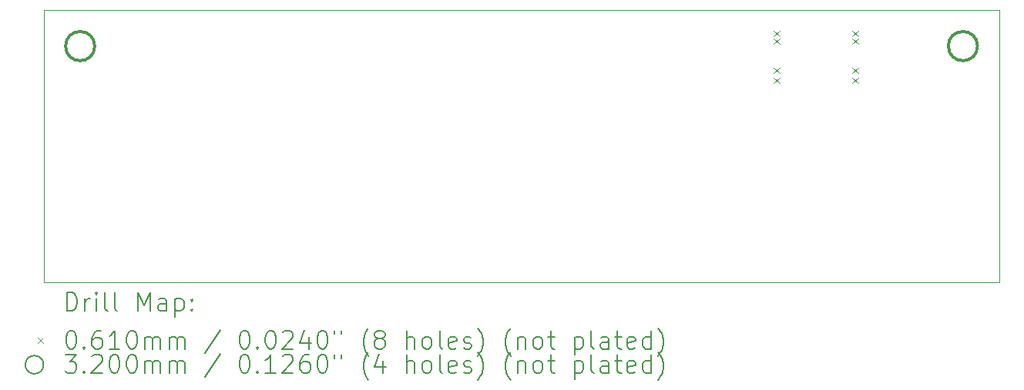
<source format=gbr>
%FSLAX45Y45*%
G04 Gerber Fmt 4.5, Leading zero omitted, Abs format (unit mm)*
G04 Created by KiCad (PCBNEW (6.0.6)) date 2022-10-10 20:15:22*
%MOMM*%
%LPD*%
G01*
G04 APERTURE LIST*
%TA.AperFunction,Profile*%
%ADD10C,0.050000*%
%TD*%
%ADD11C,0.200000*%
%ADD12C,0.060960*%
%ADD13C,0.320000*%
G04 APERTURE END LIST*
D10*
X8804500Y-7749500D02*
X8804500Y-10749500D01*
X19304500Y-7750000D02*
X8804500Y-7749500D01*
X8804500Y-10749500D02*
X19304500Y-10749500D01*
X19304500Y-10749500D02*
X19304500Y-7749500D01*
D11*
D12*
X16827520Y-7983230D02*
X16888480Y-8044190D01*
X16888480Y-7983230D02*
X16827520Y-8044190D01*
X16827520Y-8061970D02*
X16888480Y-8122930D01*
X16888480Y-8061970D02*
X16827520Y-8122930D01*
X16827520Y-8385990D02*
X16888480Y-8446950D01*
X16888480Y-8385990D02*
X16827520Y-8446950D01*
X16827520Y-8495210D02*
X16888480Y-8556170D01*
X16888480Y-8495210D02*
X16827520Y-8556170D01*
X17691520Y-7983230D02*
X17752480Y-8044190D01*
X17752480Y-7983230D02*
X17691520Y-8044190D01*
X17691520Y-8061970D02*
X17752480Y-8122930D01*
X17752480Y-8061970D02*
X17691520Y-8122930D01*
X17691520Y-8385990D02*
X17752480Y-8446950D01*
X17752480Y-8385990D02*
X17691520Y-8446950D01*
X17691520Y-8495210D02*
X17752480Y-8556170D01*
X17752480Y-8495210D02*
X17691520Y-8556170D01*
D13*
X9364500Y-8149500D02*
G75*
G03*
X9364500Y-8149500I-160000J0D01*
G01*
X9364500Y-8149500D02*
G75*
G03*
X9364500Y-8149500I-160000J0D01*
G01*
X19065000Y-8149500D02*
G75*
G03*
X19065000Y-8149500I-160000J0D01*
G01*
X19065000Y-8149500D02*
G75*
G03*
X19065000Y-8149500I-160000J0D01*
G01*
D11*
X9059619Y-11062476D02*
X9059619Y-10862476D01*
X9107238Y-10862476D01*
X9135810Y-10872000D01*
X9154857Y-10891048D01*
X9164381Y-10910095D01*
X9173905Y-10948190D01*
X9173905Y-10976762D01*
X9164381Y-11014857D01*
X9154857Y-11033905D01*
X9135810Y-11052952D01*
X9107238Y-11062476D01*
X9059619Y-11062476D01*
X9259619Y-11062476D02*
X9259619Y-10929143D01*
X9259619Y-10967238D02*
X9269143Y-10948190D01*
X9278667Y-10938667D01*
X9297714Y-10929143D01*
X9316762Y-10929143D01*
X9383429Y-11062476D02*
X9383429Y-10929143D01*
X9383429Y-10862476D02*
X9373905Y-10872000D01*
X9383429Y-10881524D01*
X9392952Y-10872000D01*
X9383429Y-10862476D01*
X9383429Y-10881524D01*
X9507238Y-11062476D02*
X9488190Y-11052952D01*
X9478667Y-11033905D01*
X9478667Y-10862476D01*
X9612000Y-11062476D02*
X9592952Y-11052952D01*
X9583429Y-11033905D01*
X9583429Y-10862476D01*
X9840571Y-11062476D02*
X9840571Y-10862476D01*
X9907238Y-11005333D01*
X9973905Y-10862476D01*
X9973905Y-11062476D01*
X10154857Y-11062476D02*
X10154857Y-10957714D01*
X10145333Y-10938667D01*
X10126286Y-10929143D01*
X10088190Y-10929143D01*
X10069143Y-10938667D01*
X10154857Y-11052952D02*
X10135810Y-11062476D01*
X10088190Y-11062476D01*
X10069143Y-11052952D01*
X10059619Y-11033905D01*
X10059619Y-11014857D01*
X10069143Y-10995810D01*
X10088190Y-10986286D01*
X10135810Y-10986286D01*
X10154857Y-10976762D01*
X10250095Y-10929143D02*
X10250095Y-11129143D01*
X10250095Y-10938667D02*
X10269143Y-10929143D01*
X10307238Y-10929143D01*
X10326286Y-10938667D01*
X10335810Y-10948190D01*
X10345333Y-10967238D01*
X10345333Y-11024381D01*
X10335810Y-11043429D01*
X10326286Y-11052952D01*
X10307238Y-11062476D01*
X10269143Y-11062476D01*
X10250095Y-11052952D01*
X10431048Y-11043429D02*
X10440571Y-11052952D01*
X10431048Y-11062476D01*
X10421524Y-11052952D01*
X10431048Y-11043429D01*
X10431048Y-11062476D01*
X10431048Y-10938667D02*
X10440571Y-10948190D01*
X10431048Y-10957714D01*
X10421524Y-10948190D01*
X10431048Y-10938667D01*
X10431048Y-10957714D01*
D12*
X8741040Y-11361520D02*
X8802000Y-11422480D01*
X8802000Y-11361520D02*
X8741040Y-11422480D01*
D11*
X9097714Y-11282476D02*
X9116762Y-11282476D01*
X9135810Y-11292000D01*
X9145333Y-11301524D01*
X9154857Y-11320571D01*
X9164381Y-11358667D01*
X9164381Y-11406286D01*
X9154857Y-11444381D01*
X9145333Y-11463428D01*
X9135810Y-11472952D01*
X9116762Y-11482476D01*
X9097714Y-11482476D01*
X9078667Y-11472952D01*
X9069143Y-11463428D01*
X9059619Y-11444381D01*
X9050095Y-11406286D01*
X9050095Y-11358667D01*
X9059619Y-11320571D01*
X9069143Y-11301524D01*
X9078667Y-11292000D01*
X9097714Y-11282476D01*
X9250095Y-11463428D02*
X9259619Y-11472952D01*
X9250095Y-11482476D01*
X9240571Y-11472952D01*
X9250095Y-11463428D01*
X9250095Y-11482476D01*
X9431048Y-11282476D02*
X9392952Y-11282476D01*
X9373905Y-11292000D01*
X9364381Y-11301524D01*
X9345333Y-11330095D01*
X9335810Y-11368190D01*
X9335810Y-11444381D01*
X9345333Y-11463428D01*
X9354857Y-11472952D01*
X9373905Y-11482476D01*
X9412000Y-11482476D01*
X9431048Y-11472952D01*
X9440571Y-11463428D01*
X9450095Y-11444381D01*
X9450095Y-11396762D01*
X9440571Y-11377714D01*
X9431048Y-11368190D01*
X9412000Y-11358667D01*
X9373905Y-11358667D01*
X9354857Y-11368190D01*
X9345333Y-11377714D01*
X9335810Y-11396762D01*
X9640571Y-11482476D02*
X9526286Y-11482476D01*
X9583429Y-11482476D02*
X9583429Y-11282476D01*
X9564381Y-11311048D01*
X9545333Y-11330095D01*
X9526286Y-11339619D01*
X9764381Y-11282476D02*
X9783429Y-11282476D01*
X9802476Y-11292000D01*
X9812000Y-11301524D01*
X9821524Y-11320571D01*
X9831048Y-11358667D01*
X9831048Y-11406286D01*
X9821524Y-11444381D01*
X9812000Y-11463428D01*
X9802476Y-11472952D01*
X9783429Y-11482476D01*
X9764381Y-11482476D01*
X9745333Y-11472952D01*
X9735810Y-11463428D01*
X9726286Y-11444381D01*
X9716762Y-11406286D01*
X9716762Y-11358667D01*
X9726286Y-11320571D01*
X9735810Y-11301524D01*
X9745333Y-11292000D01*
X9764381Y-11282476D01*
X9916762Y-11482476D02*
X9916762Y-11349143D01*
X9916762Y-11368190D02*
X9926286Y-11358667D01*
X9945333Y-11349143D01*
X9973905Y-11349143D01*
X9992952Y-11358667D01*
X10002476Y-11377714D01*
X10002476Y-11482476D01*
X10002476Y-11377714D02*
X10012000Y-11358667D01*
X10031048Y-11349143D01*
X10059619Y-11349143D01*
X10078667Y-11358667D01*
X10088190Y-11377714D01*
X10088190Y-11482476D01*
X10183429Y-11482476D02*
X10183429Y-11349143D01*
X10183429Y-11368190D02*
X10192952Y-11358667D01*
X10212000Y-11349143D01*
X10240571Y-11349143D01*
X10259619Y-11358667D01*
X10269143Y-11377714D01*
X10269143Y-11482476D01*
X10269143Y-11377714D02*
X10278667Y-11358667D01*
X10297714Y-11349143D01*
X10326286Y-11349143D01*
X10345333Y-11358667D01*
X10354857Y-11377714D01*
X10354857Y-11482476D01*
X10745333Y-11272952D02*
X10573905Y-11530095D01*
X11002476Y-11282476D02*
X11021524Y-11282476D01*
X11040571Y-11292000D01*
X11050095Y-11301524D01*
X11059619Y-11320571D01*
X11069143Y-11358667D01*
X11069143Y-11406286D01*
X11059619Y-11444381D01*
X11050095Y-11463428D01*
X11040571Y-11472952D01*
X11021524Y-11482476D01*
X11002476Y-11482476D01*
X10983429Y-11472952D01*
X10973905Y-11463428D01*
X10964381Y-11444381D01*
X10954857Y-11406286D01*
X10954857Y-11358667D01*
X10964381Y-11320571D01*
X10973905Y-11301524D01*
X10983429Y-11292000D01*
X11002476Y-11282476D01*
X11154857Y-11463428D02*
X11164381Y-11472952D01*
X11154857Y-11482476D01*
X11145333Y-11472952D01*
X11154857Y-11463428D01*
X11154857Y-11482476D01*
X11288190Y-11282476D02*
X11307238Y-11282476D01*
X11326286Y-11292000D01*
X11335809Y-11301524D01*
X11345333Y-11320571D01*
X11354857Y-11358667D01*
X11354857Y-11406286D01*
X11345333Y-11444381D01*
X11335809Y-11463428D01*
X11326286Y-11472952D01*
X11307238Y-11482476D01*
X11288190Y-11482476D01*
X11269143Y-11472952D01*
X11259619Y-11463428D01*
X11250095Y-11444381D01*
X11240571Y-11406286D01*
X11240571Y-11358667D01*
X11250095Y-11320571D01*
X11259619Y-11301524D01*
X11269143Y-11292000D01*
X11288190Y-11282476D01*
X11431048Y-11301524D02*
X11440571Y-11292000D01*
X11459619Y-11282476D01*
X11507238Y-11282476D01*
X11526286Y-11292000D01*
X11535809Y-11301524D01*
X11545333Y-11320571D01*
X11545333Y-11339619D01*
X11535809Y-11368190D01*
X11421524Y-11482476D01*
X11545333Y-11482476D01*
X11716762Y-11349143D02*
X11716762Y-11482476D01*
X11669143Y-11272952D02*
X11621524Y-11415809D01*
X11745333Y-11415809D01*
X11859619Y-11282476D02*
X11878667Y-11282476D01*
X11897714Y-11292000D01*
X11907238Y-11301524D01*
X11916762Y-11320571D01*
X11926286Y-11358667D01*
X11926286Y-11406286D01*
X11916762Y-11444381D01*
X11907238Y-11463428D01*
X11897714Y-11472952D01*
X11878667Y-11482476D01*
X11859619Y-11482476D01*
X11840571Y-11472952D01*
X11831048Y-11463428D01*
X11821524Y-11444381D01*
X11812000Y-11406286D01*
X11812000Y-11358667D01*
X11821524Y-11320571D01*
X11831048Y-11301524D01*
X11840571Y-11292000D01*
X11859619Y-11282476D01*
X12002476Y-11282476D02*
X12002476Y-11320571D01*
X12078667Y-11282476D02*
X12078667Y-11320571D01*
X12373905Y-11558667D02*
X12364381Y-11549143D01*
X12345333Y-11520571D01*
X12335809Y-11501524D01*
X12326286Y-11472952D01*
X12316762Y-11425333D01*
X12316762Y-11387238D01*
X12326286Y-11339619D01*
X12335809Y-11311048D01*
X12345333Y-11292000D01*
X12364381Y-11263428D01*
X12373905Y-11253905D01*
X12478667Y-11368190D02*
X12459619Y-11358667D01*
X12450095Y-11349143D01*
X12440571Y-11330095D01*
X12440571Y-11320571D01*
X12450095Y-11301524D01*
X12459619Y-11292000D01*
X12478667Y-11282476D01*
X12516762Y-11282476D01*
X12535809Y-11292000D01*
X12545333Y-11301524D01*
X12554857Y-11320571D01*
X12554857Y-11330095D01*
X12545333Y-11349143D01*
X12535809Y-11358667D01*
X12516762Y-11368190D01*
X12478667Y-11368190D01*
X12459619Y-11377714D01*
X12450095Y-11387238D01*
X12440571Y-11406286D01*
X12440571Y-11444381D01*
X12450095Y-11463428D01*
X12459619Y-11472952D01*
X12478667Y-11482476D01*
X12516762Y-11482476D01*
X12535809Y-11472952D01*
X12545333Y-11463428D01*
X12554857Y-11444381D01*
X12554857Y-11406286D01*
X12545333Y-11387238D01*
X12535809Y-11377714D01*
X12516762Y-11368190D01*
X12792952Y-11482476D02*
X12792952Y-11282476D01*
X12878667Y-11482476D02*
X12878667Y-11377714D01*
X12869143Y-11358667D01*
X12850095Y-11349143D01*
X12821524Y-11349143D01*
X12802476Y-11358667D01*
X12792952Y-11368190D01*
X13002476Y-11482476D02*
X12983428Y-11472952D01*
X12973905Y-11463428D01*
X12964381Y-11444381D01*
X12964381Y-11387238D01*
X12973905Y-11368190D01*
X12983428Y-11358667D01*
X13002476Y-11349143D01*
X13031048Y-11349143D01*
X13050095Y-11358667D01*
X13059619Y-11368190D01*
X13069143Y-11387238D01*
X13069143Y-11444381D01*
X13059619Y-11463428D01*
X13050095Y-11472952D01*
X13031048Y-11482476D01*
X13002476Y-11482476D01*
X13183428Y-11482476D02*
X13164381Y-11472952D01*
X13154857Y-11453905D01*
X13154857Y-11282476D01*
X13335809Y-11472952D02*
X13316762Y-11482476D01*
X13278667Y-11482476D01*
X13259619Y-11472952D01*
X13250095Y-11453905D01*
X13250095Y-11377714D01*
X13259619Y-11358667D01*
X13278667Y-11349143D01*
X13316762Y-11349143D01*
X13335809Y-11358667D01*
X13345333Y-11377714D01*
X13345333Y-11396762D01*
X13250095Y-11415809D01*
X13421524Y-11472952D02*
X13440571Y-11482476D01*
X13478667Y-11482476D01*
X13497714Y-11472952D01*
X13507238Y-11453905D01*
X13507238Y-11444381D01*
X13497714Y-11425333D01*
X13478667Y-11415809D01*
X13450095Y-11415809D01*
X13431048Y-11406286D01*
X13421524Y-11387238D01*
X13421524Y-11377714D01*
X13431048Y-11358667D01*
X13450095Y-11349143D01*
X13478667Y-11349143D01*
X13497714Y-11358667D01*
X13573905Y-11558667D02*
X13583428Y-11549143D01*
X13602476Y-11520571D01*
X13612000Y-11501524D01*
X13621524Y-11472952D01*
X13631048Y-11425333D01*
X13631048Y-11387238D01*
X13621524Y-11339619D01*
X13612000Y-11311048D01*
X13602476Y-11292000D01*
X13583428Y-11263428D01*
X13573905Y-11253905D01*
X13935809Y-11558667D02*
X13926286Y-11549143D01*
X13907238Y-11520571D01*
X13897714Y-11501524D01*
X13888190Y-11472952D01*
X13878667Y-11425333D01*
X13878667Y-11387238D01*
X13888190Y-11339619D01*
X13897714Y-11311048D01*
X13907238Y-11292000D01*
X13926286Y-11263428D01*
X13935809Y-11253905D01*
X14012000Y-11349143D02*
X14012000Y-11482476D01*
X14012000Y-11368190D02*
X14021524Y-11358667D01*
X14040571Y-11349143D01*
X14069143Y-11349143D01*
X14088190Y-11358667D01*
X14097714Y-11377714D01*
X14097714Y-11482476D01*
X14221524Y-11482476D02*
X14202476Y-11472952D01*
X14192952Y-11463428D01*
X14183428Y-11444381D01*
X14183428Y-11387238D01*
X14192952Y-11368190D01*
X14202476Y-11358667D01*
X14221524Y-11349143D01*
X14250095Y-11349143D01*
X14269143Y-11358667D01*
X14278667Y-11368190D01*
X14288190Y-11387238D01*
X14288190Y-11444381D01*
X14278667Y-11463428D01*
X14269143Y-11472952D01*
X14250095Y-11482476D01*
X14221524Y-11482476D01*
X14345333Y-11349143D02*
X14421524Y-11349143D01*
X14373905Y-11282476D02*
X14373905Y-11453905D01*
X14383428Y-11472952D01*
X14402476Y-11482476D01*
X14421524Y-11482476D01*
X14640571Y-11349143D02*
X14640571Y-11549143D01*
X14640571Y-11358667D02*
X14659619Y-11349143D01*
X14697714Y-11349143D01*
X14716762Y-11358667D01*
X14726286Y-11368190D01*
X14735809Y-11387238D01*
X14735809Y-11444381D01*
X14726286Y-11463428D01*
X14716762Y-11472952D01*
X14697714Y-11482476D01*
X14659619Y-11482476D01*
X14640571Y-11472952D01*
X14850095Y-11482476D02*
X14831048Y-11472952D01*
X14821524Y-11453905D01*
X14821524Y-11282476D01*
X15012000Y-11482476D02*
X15012000Y-11377714D01*
X15002476Y-11358667D01*
X14983428Y-11349143D01*
X14945333Y-11349143D01*
X14926286Y-11358667D01*
X15012000Y-11472952D02*
X14992952Y-11482476D01*
X14945333Y-11482476D01*
X14926286Y-11472952D01*
X14916762Y-11453905D01*
X14916762Y-11434857D01*
X14926286Y-11415809D01*
X14945333Y-11406286D01*
X14992952Y-11406286D01*
X15012000Y-11396762D01*
X15078667Y-11349143D02*
X15154857Y-11349143D01*
X15107238Y-11282476D02*
X15107238Y-11453905D01*
X15116762Y-11472952D01*
X15135809Y-11482476D01*
X15154857Y-11482476D01*
X15297714Y-11472952D02*
X15278667Y-11482476D01*
X15240571Y-11482476D01*
X15221524Y-11472952D01*
X15212000Y-11453905D01*
X15212000Y-11377714D01*
X15221524Y-11358667D01*
X15240571Y-11349143D01*
X15278667Y-11349143D01*
X15297714Y-11358667D01*
X15307238Y-11377714D01*
X15307238Y-11396762D01*
X15212000Y-11415809D01*
X15478667Y-11482476D02*
X15478667Y-11282476D01*
X15478667Y-11472952D02*
X15459619Y-11482476D01*
X15421524Y-11482476D01*
X15402476Y-11472952D01*
X15392952Y-11463428D01*
X15383428Y-11444381D01*
X15383428Y-11387238D01*
X15392952Y-11368190D01*
X15402476Y-11358667D01*
X15421524Y-11349143D01*
X15459619Y-11349143D01*
X15478667Y-11358667D01*
X15554857Y-11558667D02*
X15564381Y-11549143D01*
X15583428Y-11520571D01*
X15592952Y-11501524D01*
X15602476Y-11472952D01*
X15612000Y-11425333D01*
X15612000Y-11387238D01*
X15602476Y-11339619D01*
X15592952Y-11311048D01*
X15583428Y-11292000D01*
X15564381Y-11263428D01*
X15554857Y-11253905D01*
X8802000Y-11656000D02*
G75*
G03*
X8802000Y-11656000I-100000J0D01*
G01*
X9040571Y-11546476D02*
X9164381Y-11546476D01*
X9097714Y-11622667D01*
X9126286Y-11622667D01*
X9145333Y-11632190D01*
X9154857Y-11641714D01*
X9164381Y-11660762D01*
X9164381Y-11708381D01*
X9154857Y-11727428D01*
X9145333Y-11736952D01*
X9126286Y-11746476D01*
X9069143Y-11746476D01*
X9050095Y-11736952D01*
X9040571Y-11727428D01*
X9250095Y-11727428D02*
X9259619Y-11736952D01*
X9250095Y-11746476D01*
X9240571Y-11736952D01*
X9250095Y-11727428D01*
X9250095Y-11746476D01*
X9335810Y-11565524D02*
X9345333Y-11556000D01*
X9364381Y-11546476D01*
X9412000Y-11546476D01*
X9431048Y-11556000D01*
X9440571Y-11565524D01*
X9450095Y-11584571D01*
X9450095Y-11603619D01*
X9440571Y-11632190D01*
X9326286Y-11746476D01*
X9450095Y-11746476D01*
X9573905Y-11546476D02*
X9592952Y-11546476D01*
X9612000Y-11556000D01*
X9621524Y-11565524D01*
X9631048Y-11584571D01*
X9640571Y-11622667D01*
X9640571Y-11670286D01*
X9631048Y-11708381D01*
X9621524Y-11727428D01*
X9612000Y-11736952D01*
X9592952Y-11746476D01*
X9573905Y-11746476D01*
X9554857Y-11736952D01*
X9545333Y-11727428D01*
X9535810Y-11708381D01*
X9526286Y-11670286D01*
X9526286Y-11622667D01*
X9535810Y-11584571D01*
X9545333Y-11565524D01*
X9554857Y-11556000D01*
X9573905Y-11546476D01*
X9764381Y-11546476D02*
X9783429Y-11546476D01*
X9802476Y-11556000D01*
X9812000Y-11565524D01*
X9821524Y-11584571D01*
X9831048Y-11622667D01*
X9831048Y-11670286D01*
X9821524Y-11708381D01*
X9812000Y-11727428D01*
X9802476Y-11736952D01*
X9783429Y-11746476D01*
X9764381Y-11746476D01*
X9745333Y-11736952D01*
X9735810Y-11727428D01*
X9726286Y-11708381D01*
X9716762Y-11670286D01*
X9716762Y-11622667D01*
X9726286Y-11584571D01*
X9735810Y-11565524D01*
X9745333Y-11556000D01*
X9764381Y-11546476D01*
X9916762Y-11746476D02*
X9916762Y-11613143D01*
X9916762Y-11632190D02*
X9926286Y-11622667D01*
X9945333Y-11613143D01*
X9973905Y-11613143D01*
X9992952Y-11622667D01*
X10002476Y-11641714D01*
X10002476Y-11746476D01*
X10002476Y-11641714D02*
X10012000Y-11622667D01*
X10031048Y-11613143D01*
X10059619Y-11613143D01*
X10078667Y-11622667D01*
X10088190Y-11641714D01*
X10088190Y-11746476D01*
X10183429Y-11746476D02*
X10183429Y-11613143D01*
X10183429Y-11632190D02*
X10192952Y-11622667D01*
X10212000Y-11613143D01*
X10240571Y-11613143D01*
X10259619Y-11622667D01*
X10269143Y-11641714D01*
X10269143Y-11746476D01*
X10269143Y-11641714D02*
X10278667Y-11622667D01*
X10297714Y-11613143D01*
X10326286Y-11613143D01*
X10345333Y-11622667D01*
X10354857Y-11641714D01*
X10354857Y-11746476D01*
X10745333Y-11536952D02*
X10573905Y-11794095D01*
X11002476Y-11546476D02*
X11021524Y-11546476D01*
X11040571Y-11556000D01*
X11050095Y-11565524D01*
X11059619Y-11584571D01*
X11069143Y-11622667D01*
X11069143Y-11670286D01*
X11059619Y-11708381D01*
X11050095Y-11727428D01*
X11040571Y-11736952D01*
X11021524Y-11746476D01*
X11002476Y-11746476D01*
X10983429Y-11736952D01*
X10973905Y-11727428D01*
X10964381Y-11708381D01*
X10954857Y-11670286D01*
X10954857Y-11622667D01*
X10964381Y-11584571D01*
X10973905Y-11565524D01*
X10983429Y-11556000D01*
X11002476Y-11546476D01*
X11154857Y-11727428D02*
X11164381Y-11736952D01*
X11154857Y-11746476D01*
X11145333Y-11736952D01*
X11154857Y-11727428D01*
X11154857Y-11746476D01*
X11354857Y-11746476D02*
X11240571Y-11746476D01*
X11297714Y-11746476D02*
X11297714Y-11546476D01*
X11278667Y-11575048D01*
X11259619Y-11594095D01*
X11240571Y-11603619D01*
X11431048Y-11565524D02*
X11440571Y-11556000D01*
X11459619Y-11546476D01*
X11507238Y-11546476D01*
X11526286Y-11556000D01*
X11535809Y-11565524D01*
X11545333Y-11584571D01*
X11545333Y-11603619D01*
X11535809Y-11632190D01*
X11421524Y-11746476D01*
X11545333Y-11746476D01*
X11716762Y-11546476D02*
X11678667Y-11546476D01*
X11659619Y-11556000D01*
X11650095Y-11565524D01*
X11631048Y-11594095D01*
X11621524Y-11632190D01*
X11621524Y-11708381D01*
X11631048Y-11727428D01*
X11640571Y-11736952D01*
X11659619Y-11746476D01*
X11697714Y-11746476D01*
X11716762Y-11736952D01*
X11726286Y-11727428D01*
X11735809Y-11708381D01*
X11735809Y-11660762D01*
X11726286Y-11641714D01*
X11716762Y-11632190D01*
X11697714Y-11622667D01*
X11659619Y-11622667D01*
X11640571Y-11632190D01*
X11631048Y-11641714D01*
X11621524Y-11660762D01*
X11859619Y-11546476D02*
X11878667Y-11546476D01*
X11897714Y-11556000D01*
X11907238Y-11565524D01*
X11916762Y-11584571D01*
X11926286Y-11622667D01*
X11926286Y-11670286D01*
X11916762Y-11708381D01*
X11907238Y-11727428D01*
X11897714Y-11736952D01*
X11878667Y-11746476D01*
X11859619Y-11746476D01*
X11840571Y-11736952D01*
X11831048Y-11727428D01*
X11821524Y-11708381D01*
X11812000Y-11670286D01*
X11812000Y-11622667D01*
X11821524Y-11584571D01*
X11831048Y-11565524D01*
X11840571Y-11556000D01*
X11859619Y-11546476D01*
X12002476Y-11546476D02*
X12002476Y-11584571D01*
X12078667Y-11546476D02*
X12078667Y-11584571D01*
X12373905Y-11822667D02*
X12364381Y-11813143D01*
X12345333Y-11784571D01*
X12335809Y-11765524D01*
X12326286Y-11736952D01*
X12316762Y-11689333D01*
X12316762Y-11651238D01*
X12326286Y-11603619D01*
X12335809Y-11575048D01*
X12345333Y-11556000D01*
X12364381Y-11527428D01*
X12373905Y-11517905D01*
X12535809Y-11613143D02*
X12535809Y-11746476D01*
X12488190Y-11536952D02*
X12440571Y-11679809D01*
X12564381Y-11679809D01*
X12792952Y-11746476D02*
X12792952Y-11546476D01*
X12878667Y-11746476D02*
X12878667Y-11641714D01*
X12869143Y-11622667D01*
X12850095Y-11613143D01*
X12821524Y-11613143D01*
X12802476Y-11622667D01*
X12792952Y-11632190D01*
X13002476Y-11746476D02*
X12983428Y-11736952D01*
X12973905Y-11727428D01*
X12964381Y-11708381D01*
X12964381Y-11651238D01*
X12973905Y-11632190D01*
X12983428Y-11622667D01*
X13002476Y-11613143D01*
X13031048Y-11613143D01*
X13050095Y-11622667D01*
X13059619Y-11632190D01*
X13069143Y-11651238D01*
X13069143Y-11708381D01*
X13059619Y-11727428D01*
X13050095Y-11736952D01*
X13031048Y-11746476D01*
X13002476Y-11746476D01*
X13183428Y-11746476D02*
X13164381Y-11736952D01*
X13154857Y-11717905D01*
X13154857Y-11546476D01*
X13335809Y-11736952D02*
X13316762Y-11746476D01*
X13278667Y-11746476D01*
X13259619Y-11736952D01*
X13250095Y-11717905D01*
X13250095Y-11641714D01*
X13259619Y-11622667D01*
X13278667Y-11613143D01*
X13316762Y-11613143D01*
X13335809Y-11622667D01*
X13345333Y-11641714D01*
X13345333Y-11660762D01*
X13250095Y-11679809D01*
X13421524Y-11736952D02*
X13440571Y-11746476D01*
X13478667Y-11746476D01*
X13497714Y-11736952D01*
X13507238Y-11717905D01*
X13507238Y-11708381D01*
X13497714Y-11689333D01*
X13478667Y-11679809D01*
X13450095Y-11679809D01*
X13431048Y-11670286D01*
X13421524Y-11651238D01*
X13421524Y-11641714D01*
X13431048Y-11622667D01*
X13450095Y-11613143D01*
X13478667Y-11613143D01*
X13497714Y-11622667D01*
X13573905Y-11822667D02*
X13583428Y-11813143D01*
X13602476Y-11784571D01*
X13612000Y-11765524D01*
X13621524Y-11736952D01*
X13631048Y-11689333D01*
X13631048Y-11651238D01*
X13621524Y-11603619D01*
X13612000Y-11575048D01*
X13602476Y-11556000D01*
X13583428Y-11527428D01*
X13573905Y-11517905D01*
X13935809Y-11822667D02*
X13926286Y-11813143D01*
X13907238Y-11784571D01*
X13897714Y-11765524D01*
X13888190Y-11736952D01*
X13878667Y-11689333D01*
X13878667Y-11651238D01*
X13888190Y-11603619D01*
X13897714Y-11575048D01*
X13907238Y-11556000D01*
X13926286Y-11527428D01*
X13935809Y-11517905D01*
X14012000Y-11613143D02*
X14012000Y-11746476D01*
X14012000Y-11632190D02*
X14021524Y-11622667D01*
X14040571Y-11613143D01*
X14069143Y-11613143D01*
X14088190Y-11622667D01*
X14097714Y-11641714D01*
X14097714Y-11746476D01*
X14221524Y-11746476D02*
X14202476Y-11736952D01*
X14192952Y-11727428D01*
X14183428Y-11708381D01*
X14183428Y-11651238D01*
X14192952Y-11632190D01*
X14202476Y-11622667D01*
X14221524Y-11613143D01*
X14250095Y-11613143D01*
X14269143Y-11622667D01*
X14278667Y-11632190D01*
X14288190Y-11651238D01*
X14288190Y-11708381D01*
X14278667Y-11727428D01*
X14269143Y-11736952D01*
X14250095Y-11746476D01*
X14221524Y-11746476D01*
X14345333Y-11613143D02*
X14421524Y-11613143D01*
X14373905Y-11546476D02*
X14373905Y-11717905D01*
X14383428Y-11736952D01*
X14402476Y-11746476D01*
X14421524Y-11746476D01*
X14640571Y-11613143D02*
X14640571Y-11813143D01*
X14640571Y-11622667D02*
X14659619Y-11613143D01*
X14697714Y-11613143D01*
X14716762Y-11622667D01*
X14726286Y-11632190D01*
X14735809Y-11651238D01*
X14735809Y-11708381D01*
X14726286Y-11727428D01*
X14716762Y-11736952D01*
X14697714Y-11746476D01*
X14659619Y-11746476D01*
X14640571Y-11736952D01*
X14850095Y-11746476D02*
X14831048Y-11736952D01*
X14821524Y-11717905D01*
X14821524Y-11546476D01*
X15012000Y-11746476D02*
X15012000Y-11641714D01*
X15002476Y-11622667D01*
X14983428Y-11613143D01*
X14945333Y-11613143D01*
X14926286Y-11622667D01*
X15012000Y-11736952D02*
X14992952Y-11746476D01*
X14945333Y-11746476D01*
X14926286Y-11736952D01*
X14916762Y-11717905D01*
X14916762Y-11698857D01*
X14926286Y-11679809D01*
X14945333Y-11670286D01*
X14992952Y-11670286D01*
X15012000Y-11660762D01*
X15078667Y-11613143D02*
X15154857Y-11613143D01*
X15107238Y-11546476D02*
X15107238Y-11717905D01*
X15116762Y-11736952D01*
X15135809Y-11746476D01*
X15154857Y-11746476D01*
X15297714Y-11736952D02*
X15278667Y-11746476D01*
X15240571Y-11746476D01*
X15221524Y-11736952D01*
X15212000Y-11717905D01*
X15212000Y-11641714D01*
X15221524Y-11622667D01*
X15240571Y-11613143D01*
X15278667Y-11613143D01*
X15297714Y-11622667D01*
X15307238Y-11641714D01*
X15307238Y-11660762D01*
X15212000Y-11679809D01*
X15478667Y-11746476D02*
X15478667Y-11546476D01*
X15478667Y-11736952D02*
X15459619Y-11746476D01*
X15421524Y-11746476D01*
X15402476Y-11736952D01*
X15392952Y-11727428D01*
X15383428Y-11708381D01*
X15383428Y-11651238D01*
X15392952Y-11632190D01*
X15402476Y-11622667D01*
X15421524Y-11613143D01*
X15459619Y-11613143D01*
X15478667Y-11622667D01*
X15554857Y-11822667D02*
X15564381Y-11813143D01*
X15583428Y-11784571D01*
X15592952Y-11765524D01*
X15602476Y-11736952D01*
X15612000Y-11689333D01*
X15612000Y-11651238D01*
X15602476Y-11603619D01*
X15592952Y-11575048D01*
X15583428Y-11556000D01*
X15564381Y-11527428D01*
X15554857Y-11517905D01*
M02*

</source>
